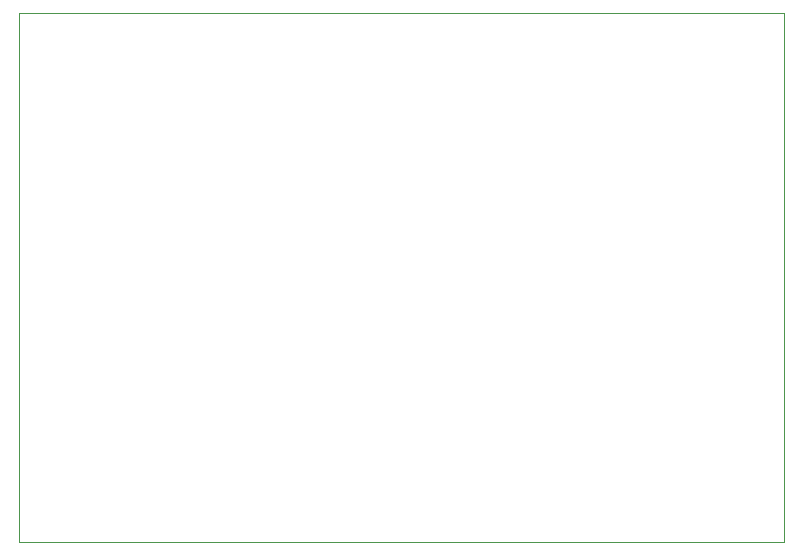
<source format=gbr>
G04 #@! TF.GenerationSoftware,KiCad,Pcbnew,7.0.10*
G04 #@! TF.CreationDate,2024-01-22T14:27:09-06:00*
G04 #@! TF.ProjectId,OpenFlops,4f70656e-466c-46f7-9073-2e6b69636164,1.0*
G04 #@! TF.SameCoordinates,PX72b28c8PY7654b98*
G04 #@! TF.FileFunction,Profile,NP*
%FSLAX46Y46*%
G04 Gerber Fmt 4.6, Leading zero omitted, Abs format (unit mm)*
G04 Created by KiCad (PCBNEW 7.0.10) date 2024-01-22 14:27:09*
%MOMM*%
%LPD*%
G01*
G04 APERTURE LIST*
G04 #@! TA.AperFunction,Profile*
%ADD10C,0.050000*%
G04 #@! TD*
G04 APERTURE END LIST*
D10*
X0Y44831000D02*
X64770000Y44831000D01*
X64770000Y0D01*
X0Y0D01*
X0Y44831000D01*
M02*

</source>
